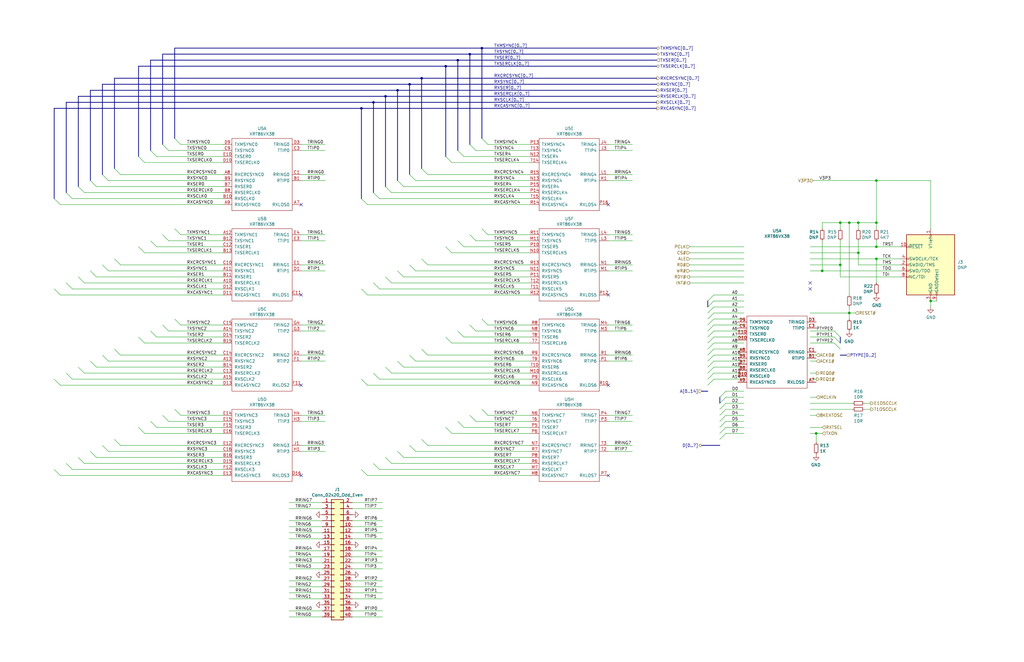
<source format=kicad_sch>
(kicad_sch (version 20210621) (generator eeschema)
  (paper "B")
  (title_block (title "Tedium X8") (date "2020-03-13") (rev "20200313") (company "ShareBrained Technology, Inc.") (comment 1 "Copyright (C) 2020 Jared Boone") (comment 2 "Licensed under CERN-OHL-P v2"))
  (junction (at 344.17 182.88) (diameter 0.9144))
  (junction (at 346.71 114.3) (diameter 0.9144))
  (junction (at 354.33 93.98) (diameter 0.9144))
  (junction (at 354.33 111.76) (diameter 0.9144))
  (junction (at 358.14 93.98) (diameter 0.9144))
  (junction (at 358.14 132.08) (diameter 0.9144))
  (junction (at 361.95 93.98) (diameter 0.9144))
  (junction (at 361.95 106.68) (diameter 0.9144))
  (junction (at 369.57 76.2) (diameter 0.9144))
  (junction (at 369.57 93.98) (diameter 0.9144))
  (junction (at 369.57 104.14) (diameter 0.9144))
  (junction (at 369.57 109.22) (diameter 0.9144))
  (junction (at 392.43 127) (diameter 0.9144))
  (junction (at 152.4 45.72) (diameter 0.9144))
  (junction (at 157.48 43.18) (diameter 0.9144))
  (junction (at 162.56 40.64) (diameter 0.9144))
  (junction (at 167.64 38.1) (diameter 0.9144))
  (junction (at 172.72 35.56) (diameter 0.9144))
  (junction (at 177.8 33.02) (diameter 0.9144))
  (junction (at 187.96 27.94) (diameter 0.9144))
  (junction (at 193.04 25.4) (diameter 0.9144))
  (junction (at 198.12 22.86) (diameter 0.9144))
  (junction (at 203.2 20.32) (diameter 0.9144))
  (no_connect (at 127 86.36))
  (no_connect (at 127 124.46))
  (no_connect (at 127 162.56))
  (no_connect (at 127 200.66))
  (no_connect (at 256.54 86.36))
  (no_connect (at 256.54 124.46))
  (no_connect (at 256.54 162.56))
  (no_connect (at 256.54 200.66))
  (no_connect (at 341.63 119.38))
  (no_connect (at 341.63 121.92))
  (bus_entry (at 22.86 83.82) (size 2.54 2.54))
  (bus_entry (at 22.86 121.92) (size 2.54 2.54))
  (bus_entry (at 22.86 160.02) (size 2.54 2.54))
  (bus_entry (at 22.86 198.12) (size 2.54 2.54))
  (bus_entry (at 27.94 81.28) (size 2.54 2.54))
  (bus_entry (at 27.94 119.38) (size 2.54 2.54))
  (bus_entry (at 27.94 157.48) (size 2.54 2.54))
  (bus_entry (at 27.94 195.58) (size 2.54 2.54))
  (bus_entry (at 33.02 78.74) (size 2.54 2.54))
  (bus_entry (at 33.02 116.84) (size 2.54 2.54))
  (bus_entry (at 33.02 154.94) (size 2.54 2.54))
  (bus_entry (at 33.02 193.04) (size 2.54 2.54))
  (bus_entry (at 38.1 76.2) (size 2.54 2.54))
  (bus_entry (at 38.1 114.3) (size 2.54 2.54))
  (bus_entry (at 38.1 152.4) (size 2.54 2.54))
  (bus_entry (at 38.1 190.5) (size 2.54 2.54))
  (bus_entry (at 43.18 73.66) (size 2.54 2.54))
  (bus_entry (at 43.18 111.76) (size 2.54 2.54))
  (bus_entry (at 43.18 149.86) (size 2.54 2.54))
  (bus_entry (at 43.18 187.96) (size 2.54 2.54))
  (bus_entry (at 48.26 71.12) (size 2.54 2.54))
  (bus_entry (at 48.26 109.22) (size 2.54 2.54))
  (bus_entry (at 48.26 147.32) (size 2.54 2.54))
  (bus_entry (at 48.26 185.42) (size 2.54 2.54))
  (bus_entry (at 58.42 66.04) (size 2.54 2.54))
  (bus_entry (at 58.42 104.14) (size 2.54 2.54))
  (bus_entry (at 58.42 142.24) (size 2.54 2.54))
  (bus_entry (at 58.42 180.34) (size 2.54 2.54))
  (bus_entry (at 63.5 63.5) (size 2.54 2.54))
  (bus_entry (at 63.5 101.6) (size 2.54 2.54))
  (bus_entry (at 63.5 139.7) (size 2.54 2.54))
  (bus_entry (at 63.5 177.8) (size 2.54 2.54))
  (bus_entry (at 68.58 60.96) (size 2.54 2.54))
  (bus_entry (at 68.58 99.06) (size 2.54 2.54))
  (bus_entry (at 68.58 137.16) (size 2.54 2.54))
  (bus_entry (at 68.58 175.26) (size 2.54 2.54))
  (bus_entry (at 73.66 58.42) (size 2.54 2.54))
  (bus_entry (at 73.66 96.52) (size 2.54 2.54))
  (bus_entry (at 73.66 134.62) (size 2.54 2.54))
  (bus_entry (at 73.66 172.72) (size 2.54 2.54))
  (bus_entry (at 152.4 83.82) (size 2.54 2.54))
  (bus_entry (at 152.4 121.92) (size 2.54 2.54))
  (bus_entry (at 152.4 160.02) (size 2.54 2.54))
  (bus_entry (at 152.4 198.12) (size 2.54 2.54))
  (bus_entry (at 157.48 81.28) (size 2.54 2.54))
  (bus_entry (at 157.48 119.38) (size 2.54 2.54))
  (bus_entry (at 157.48 157.48) (size 2.54 2.54))
  (bus_entry (at 157.48 195.58) (size 2.54 2.54))
  (bus_entry (at 162.56 78.74) (size 2.54 2.54))
  (bus_entry (at 162.56 116.84) (size 2.54 2.54))
  (bus_entry (at 162.56 154.94) (size 2.54 2.54))
  (bus_entry (at 162.56 193.04) (size 2.54 2.54))
  (bus_entry (at 167.64 76.2) (size 2.54 2.54))
  (bus_entry (at 167.64 114.3) (size 2.54 2.54))
  (bus_entry (at 167.64 152.4) (size 2.54 2.54))
  (bus_entry (at 167.64 190.5) (size 2.54 2.54))
  (bus_entry (at 172.72 73.66) (size 2.54 2.54))
  (bus_entry (at 172.72 111.76) (size 2.54 2.54))
  (bus_entry (at 172.72 149.86) (size 2.54 2.54))
  (bus_entry (at 172.72 187.96) (size 2.54 2.54))
  (bus_entry (at 177.8 71.12) (size 2.54 2.54))
  (bus_entry (at 177.8 109.22) (size 2.54 2.54))
  (bus_entry (at 177.8 147.32) (size 2.54 2.54))
  (bus_entry (at 177.8 185.42) (size 2.54 2.54))
  (bus_entry (at 187.96 66.04) (size 2.54 2.54))
  (bus_entry (at 187.96 104.14) (size 2.54 2.54))
  (bus_entry (at 187.96 142.24) (size 2.54 2.54))
  (bus_entry (at 187.96 180.34) (size 2.54 2.54))
  (bus_entry (at 193.04 63.5) (size 2.54 2.54))
  (bus_entry (at 193.04 101.6) (size 2.54 2.54))
  (bus_entry (at 193.04 139.7) (size 2.54 2.54))
  (bus_entry (at 193.04 177.8) (size 2.54 2.54))
  (bus_entry (at 198.12 60.96) (size 2.54 2.54))
  (bus_entry (at 198.12 99.06) (size 2.54 2.54))
  (bus_entry (at 198.12 137.16) (size 2.54 2.54))
  (bus_entry (at 198.12 175.26) (size 2.54 2.54))
  (bus_entry (at 203.2 58.42) (size 2.54 2.54))
  (bus_entry (at 203.2 96.52) (size 2.54 2.54))
  (bus_entry (at 203.2 134.62) (size 2.54 2.54))
  (bus_entry (at 203.2 172.72) (size 2.54 2.54))
  (bus_entry (at 298.45 127) (size 2.54 -2.54))
  (bus_entry (at 298.45 129.54) (size 2.54 -2.54))
  (bus_entry (at 298.45 132.08) (size 2.54 -2.54))
  (bus_entry (at 298.45 134.62) (size 2.54 -2.54))
  (bus_entry (at 298.45 137.16) (size 2.54 -2.54))
  (bus_entry (at 298.45 139.7) (size 2.54 -2.54))
  (bus_entry (at 298.45 142.24) (size 2.54 -2.54))
  (bus_entry (at 298.45 144.78) (size 2.54 -2.54))
  (bus_entry (at 298.45 147.32) (size 2.54 -2.54))
  (bus_entry (at 298.45 149.86) (size 2.54 -2.54))
  (bus_entry (at 298.45 152.4) (size 2.54 -2.54))
  (bus_entry (at 298.45 154.94) (size 2.54 -2.54))
  (bus_entry (at 298.45 157.48) (size 2.54 -2.54))
  (bus_entry (at 298.45 160.02) (size 2.54 -2.54))
  (bus_entry (at 298.45 162.56) (size 2.54 -2.54))
  (bus_entry (at 303.53 167.64) (size 2.54 -2.54))
  (bus_entry (at 303.53 170.18) (size 2.54 -2.54))
  (bus_entry (at 303.53 172.72) (size 2.54 -2.54))
  (bus_entry (at 303.53 175.26) (size 2.54 -2.54))
  (bus_entry (at 303.53 177.8) (size 2.54 -2.54))
  (bus_entry (at 303.53 180.34) (size 2.54 -2.54))
  (bus_entry (at 303.53 182.88) (size 2.54 -2.54))
  (bus_entry (at 303.53 185.42) (size 2.54 -2.54))
  (bus_entry (at 354.33 142.24) (size -2.54 -2.54))
  (bus_entry (at 354.33 144.78) (size -2.54 -2.54))
  (bus_entry (at 354.33 147.32) (size -2.54 -2.54))
  (wire (pts (xy 25.4 86.36) (xy 93.98 86.36)))
  (wire (pts (xy 25.4 124.46) (xy 93.98 124.46)))
  (wire (pts (xy 25.4 162.56) (xy 93.98 162.56)))
  (wire (pts (xy 25.4 200.66) (xy 93.98 200.66)))
  (wire (pts (xy 30.48 83.82) (xy 93.98 83.82)))
  (wire (pts (xy 30.48 121.92) (xy 93.98 121.92)))
  (wire (pts (xy 30.48 160.02) (xy 93.98 160.02)))
  (wire (pts (xy 30.48 198.12) (xy 93.98 198.12)))
  (wire (pts (xy 35.56 81.28) (xy 93.98 81.28)))
  (wire (pts (xy 35.56 119.38) (xy 93.98 119.38)))
  (wire (pts (xy 35.56 157.48) (xy 93.98 157.48)))
  (wire (pts (xy 35.56 195.58) (xy 93.98 195.58)))
  (wire (pts (xy 40.64 78.74) (xy 93.98 78.74)))
  (wire (pts (xy 40.64 116.84) (xy 93.98 116.84)))
  (wire (pts (xy 40.64 154.94) (xy 93.98 154.94)))
  (wire (pts (xy 40.64 193.04) (xy 93.98 193.04)))
  (wire (pts (xy 45.72 76.2) (xy 93.98 76.2)))
  (wire (pts (xy 45.72 114.3) (xy 93.98 114.3)))
  (wire (pts (xy 45.72 152.4) (xy 93.98 152.4)))
  (wire (pts (xy 45.72 190.5) (xy 93.98 190.5)))
  (wire (pts (xy 50.8 73.66) (xy 93.98 73.66)))
  (wire (pts (xy 50.8 111.76) (xy 93.98 111.76)))
  (wire (pts (xy 50.8 149.86) (xy 93.98 149.86)))
  (wire (pts (xy 50.8 187.96) (xy 93.98 187.96)))
  (wire (pts (xy 60.96 68.58) (xy 93.98 68.58)))
  (wire (pts (xy 60.96 106.68) (xy 93.98 106.68)))
  (wire (pts (xy 60.96 144.78) (xy 93.98 144.78)))
  (wire (pts (xy 60.96 182.88) (xy 93.98 182.88)))
  (wire (pts (xy 66.04 66.04) (xy 93.98 66.04)))
  (wire (pts (xy 66.04 104.14) (xy 93.98 104.14)))
  (wire (pts (xy 66.04 142.24) (xy 93.98 142.24)))
  (wire (pts (xy 66.04 180.34) (xy 93.98 180.34)))
  (wire (pts (xy 71.12 63.5) (xy 93.98 63.5)))
  (wire (pts (xy 71.12 101.6) (xy 93.98 101.6)))
  (wire (pts (xy 71.12 139.7) (xy 93.98 139.7)))
  (wire (pts (xy 71.12 177.8) (xy 93.98 177.8)))
  (wire (pts (xy 76.2 60.96) (xy 93.98 60.96)))
  (wire (pts (xy 76.2 99.06) (xy 93.98 99.06)))
  (wire (pts (xy 76.2 137.16) (xy 93.98 137.16)))
  (wire (pts (xy 76.2 175.26) (xy 93.98 175.26)))
  (wire (pts (xy 121.92 212.09) (xy 135.89 212.09)))
  (wire (pts (xy 121.92 214.63) (xy 135.89 214.63)))
  (wire (pts (xy 121.92 219.71) (xy 135.89 219.71)))
  (wire (pts (xy 121.92 222.25) (xy 135.89 222.25)))
  (wire (pts (xy 121.92 224.79) (xy 135.89 224.79)))
  (wire (pts (xy 121.92 227.33) (xy 135.89 227.33)))
  (wire (pts (xy 121.92 232.41) (xy 135.89 232.41)))
  (wire (pts (xy 121.92 234.95) (xy 135.89 234.95)))
  (wire (pts (xy 121.92 237.49) (xy 135.89 237.49)))
  (wire (pts (xy 121.92 240.03) (xy 135.89 240.03)))
  (wire (pts (xy 121.92 245.11) (xy 135.89 245.11)))
  (wire (pts (xy 121.92 247.65) (xy 135.89 247.65)))
  (wire (pts (xy 121.92 250.19) (xy 135.89 250.19)))
  (wire (pts (xy 121.92 252.73) (xy 135.89 252.73)))
  (wire (pts (xy 121.92 257.81) (xy 135.89 257.81)))
  (wire (pts (xy 121.92 260.35) (xy 135.89 260.35)))
  (wire (pts (xy 127 177.8) (xy 137.16 177.8)))
  (wire (pts (xy 137.16 60.96) (xy 127 60.96)))
  (wire (pts (xy 137.16 63.5) (xy 127 63.5)))
  (wire (pts (xy 137.16 73.66) (xy 127 73.66)))
  (wire (pts (xy 137.16 76.2) (xy 127 76.2)))
  (wire (pts (xy 137.16 99.06) (xy 127 99.06)))
  (wire (pts (xy 137.16 101.6) (xy 127 101.6)))
  (wire (pts (xy 137.16 111.76) (xy 127 111.76)))
  (wire (pts (xy 137.16 114.3) (xy 127 114.3)))
  (wire (pts (xy 137.16 137.16) (xy 127 137.16)))
  (wire (pts (xy 137.16 139.7) (xy 127 139.7)))
  (wire (pts (xy 137.16 149.86) (xy 127 149.86)))
  (wire (pts (xy 137.16 152.4) (xy 127 152.4)))
  (wire (pts (xy 137.16 175.26) (xy 127 175.26)))
  (wire (pts (xy 137.16 187.96) (xy 127 187.96)))
  (wire (pts (xy 137.16 190.5) (xy 127 190.5)))
  (wire (pts (xy 148.59 219.71) (xy 161.29 219.71)))
  (wire (pts (xy 148.59 245.11) (xy 161.29 245.11)))
  (wire (pts (xy 154.94 86.36) (xy 223.52 86.36)))
  (wire (pts (xy 154.94 124.46) (xy 223.52 124.46)))
  (wire (pts (xy 154.94 162.56) (xy 223.52 162.56)))
  (wire (pts (xy 154.94 200.66) (xy 223.52 200.66)))
  (wire (pts (xy 160.02 83.82) (xy 223.52 83.82)))
  (wire (pts (xy 160.02 121.92) (xy 223.52 121.92)))
  (wire (pts (xy 160.02 160.02) (xy 223.52 160.02)))
  (wire (pts (xy 160.02 198.12) (xy 223.52 198.12)))
  (wire (pts (xy 161.29 212.09) (xy 148.59 212.09)))
  (wire (pts (xy 161.29 214.63) (xy 148.59 214.63)))
  (wire (pts (xy 161.29 222.25) (xy 148.59 222.25)))
  (wire (pts (xy 161.29 224.79) (xy 148.59 224.79)))
  (wire (pts (xy 161.29 227.33) (xy 148.59 227.33)))
  (wire (pts (xy 161.29 232.41) (xy 148.59 232.41)))
  (wire (pts (xy 161.29 234.95) (xy 148.59 234.95)))
  (wire (pts (xy 161.29 237.49) (xy 148.59 237.49)))
  (wire (pts (xy 161.29 240.03) (xy 148.59 240.03)))
  (wire (pts (xy 161.29 247.65) (xy 148.59 247.65)))
  (wire (pts (xy 161.29 250.19) (xy 148.59 250.19)))
  (wire (pts (xy 161.29 252.73) (xy 148.59 252.73)))
  (wire (pts (xy 161.29 257.81) (xy 148.59 257.81)))
  (wire (pts (xy 161.29 260.35) (xy 148.59 260.35)))
  (wire (pts (xy 165.1 81.28) (xy 223.52 81.28)))
  (wire (pts (xy 165.1 119.38) (xy 223.52 119.38)))
  (wire (pts (xy 165.1 157.48) (xy 223.52 157.48)))
  (wire (pts (xy 165.1 195.58) (xy 223.52 195.58)))
  (wire (pts (xy 170.18 78.74) (xy 223.52 78.74)))
  (wire (pts (xy 170.18 116.84) (xy 223.52 116.84)))
  (wire (pts (xy 170.18 154.94) (xy 223.52 154.94)))
  (wire (pts (xy 170.18 193.04) (xy 223.52 193.04)))
  (wire (pts (xy 175.26 76.2) (xy 223.52 76.2)))
  (wire (pts (xy 175.26 114.3) (xy 223.52 114.3)))
  (wire (pts (xy 175.26 152.4) (xy 223.52 152.4)))
  (wire (pts (xy 175.26 190.5) (xy 223.52 190.5)))
  (wire (pts (xy 180.34 73.66) (xy 223.52 73.66)))
  (wire (pts (xy 180.34 111.76) (xy 223.52 111.76)))
  (wire (pts (xy 180.34 149.86) (xy 223.52 149.86)))
  (wire (pts (xy 180.34 187.96) (xy 223.52 187.96)))
  (wire (pts (xy 190.5 68.58) (xy 223.52 68.58)))
  (wire (pts (xy 190.5 106.68) (xy 223.52 106.68)))
  (wire (pts (xy 190.5 144.78) (xy 223.52 144.78)))
  (wire (pts (xy 190.5 182.88) (xy 223.52 182.88)))
  (wire (pts (xy 195.58 66.04) (xy 223.52 66.04)))
  (wire (pts (xy 195.58 104.14) (xy 223.52 104.14)))
  (wire (pts (xy 195.58 142.24) (xy 223.52 142.24)))
  (wire (pts (xy 195.58 180.34) (xy 223.52 180.34)))
  (wire (pts (xy 200.66 63.5) (xy 223.52 63.5)))
  (wire (pts (xy 200.66 101.6) (xy 223.52 101.6)))
  (wire (pts (xy 200.66 139.7) (xy 223.52 139.7)))
  (wire (pts (xy 200.66 177.8) (xy 223.52 177.8)))
  (wire (pts (xy 205.74 60.96) (xy 223.52 60.96)))
  (wire (pts (xy 205.74 99.06) (xy 223.52 99.06)))
  (wire (pts (xy 205.74 137.16) (xy 223.52 137.16)))
  (wire (pts (xy 205.74 175.26) (xy 223.52 175.26)))
  (wire (pts (xy 266.7 60.96) (xy 256.54 60.96)))
  (wire (pts (xy 266.7 63.5) (xy 256.54 63.5)))
  (wire (pts (xy 266.7 73.66) (xy 256.54 73.66)))
  (wire (pts (xy 266.7 76.2) (xy 256.54 76.2)))
  (wire (pts (xy 266.7 99.06) (xy 256.54 99.06)))
  (wire (pts (xy 266.7 101.6) (xy 256.54 101.6)))
  (wire (pts (xy 266.7 111.76) (xy 256.54 111.76)))
  (wire (pts (xy 266.7 114.3) (xy 256.54 114.3)))
  (wire (pts (xy 266.7 137.16) (xy 256.54 137.16)))
  (wire (pts (xy 266.7 139.7) (xy 256.54 139.7)))
  (wire (pts (xy 266.7 149.86) (xy 256.54 149.86)))
  (wire (pts (xy 266.7 152.4) (xy 256.54 152.4)))
  (wire (pts (xy 266.7 175.26) (xy 256.54 175.26)))
  (wire (pts (xy 266.7 177.8) (xy 256.54 177.8)))
  (wire (pts (xy 266.7 187.96) (xy 256.54 187.96)))
  (wire (pts (xy 266.7 190.5) (xy 256.54 190.5)))
  (wire (pts (xy 290.83 104.14) (xy 313.69 104.14)))
  (wire (pts (xy 290.83 106.68) (xy 313.69 106.68)))
  (wire (pts (xy 290.83 109.22) (xy 313.69 109.22)))
  (wire (pts (xy 290.83 111.76) (xy 313.69 111.76)))
  (wire (pts (xy 290.83 114.3) (xy 313.69 114.3)))
  (wire (pts (xy 290.83 116.84) (xy 313.69 116.84)))
  (wire (pts (xy 290.83 119.38) (xy 313.69 119.38)))
  (wire (pts (xy 300.99 124.46) (xy 313.69 124.46)))
  (wire (pts (xy 300.99 127) (xy 313.69 127)))
  (wire (pts (xy 300.99 129.54) (xy 313.69 129.54)))
  (wire (pts (xy 300.99 132.08) (xy 313.69 132.08)))
  (wire (pts (xy 300.99 134.62) (xy 313.69 134.62)))
  (wire (pts (xy 300.99 137.16) (xy 313.69 137.16)))
  (wire (pts (xy 300.99 139.7) (xy 313.69 139.7)))
  (wire (pts (xy 300.99 142.24) (xy 313.69 142.24)))
  (wire (pts (xy 300.99 144.78) (xy 313.69 144.78)))
  (wire (pts (xy 300.99 147.32) (xy 313.69 147.32)))
  (wire (pts (xy 300.99 149.86) (xy 313.69 149.86)))
  (wire (pts (xy 300.99 152.4) (xy 313.69 152.4)))
  (wire (pts (xy 300.99 154.94) (xy 313.69 154.94)))
  (wire (pts (xy 300.99 157.48) (xy 313.69 157.48)))
  (wire (pts (xy 300.99 160.02) (xy 313.69 160.02)))
  (wire (pts (xy 306.07 165.1) (xy 313.69 165.1)))
  (wire (pts (xy 306.07 167.64) (xy 313.69 167.64)))
  (wire (pts (xy 306.07 170.18) (xy 313.69 170.18)))
  (wire (pts (xy 306.07 172.72) (xy 313.69 172.72)))
  (wire (pts (xy 306.07 175.26) (xy 313.69 175.26)))
  (wire (pts (xy 306.07 177.8) (xy 313.69 177.8)))
  (wire (pts (xy 306.07 180.34) (xy 313.69 180.34)))
  (wire (pts (xy 306.07 182.88) (xy 313.69 182.88)))
  (wire (pts (xy 341.63 104.14) (xy 369.57 104.14)))
  (wire (pts (xy 341.63 106.68) (xy 361.95 106.68)))
  (wire (pts (xy 341.63 109.22) (xy 369.57 109.22)))
  (wire (pts (xy 341.63 111.76) (xy 354.33 111.76)))
  (wire (pts (xy 341.63 114.3) (xy 346.71 114.3)))
  (wire (pts (xy 341.63 142.24) (xy 351.79 142.24)))
  (wire (pts (xy 341.63 149.86) (xy 344.17 149.86)))
  (wire (pts (xy 341.63 152.4) (xy 344.17 152.4)))
  (wire (pts (xy 341.63 157.48) (xy 344.17 157.48)))
  (wire (pts (xy 341.63 160.02) (xy 344.17 160.02)))
  (wire (pts (xy 341.63 182.88) (xy 344.17 182.88)))
  (wire (pts (xy 342.9 76.2) (xy 369.57 76.2)))
  (wire (pts (xy 344.17 167.64) (xy 341.63 167.64)))
  (wire (pts (xy 344.17 175.26) (xy 341.63 175.26)))
  (wire (pts (xy 344.17 182.88) (xy 344.17 186.69)))
  (wire (pts (xy 346.71 93.98) (xy 346.71 96.52)))
  (wire (pts (xy 346.71 101.6) (xy 346.71 114.3)))
  (wire (pts (xy 346.71 114.3) (xy 379.73 114.3)))
  (wire (pts (xy 346.71 180.34) (xy 341.63 180.34)))
  (wire (pts (xy 346.71 182.88) (xy 344.17 182.88)))
  (wire (pts (xy 351.79 139.7) (xy 341.63 139.7)))
  (wire (pts (xy 351.79 144.78) (xy 341.63 144.78)))
  (wire (pts (xy 354.33 93.98) (xy 346.71 93.98)))
  (wire (pts (xy 354.33 93.98) (xy 354.33 96.52)))
  (wire (pts (xy 354.33 101.6) (xy 354.33 111.76)))
  (wire (pts (xy 354.33 111.76) (xy 354.33 116.84)))
  (wire (pts (xy 354.33 116.84) (xy 379.73 116.84)))
  (wire (pts (xy 358.14 93.98) (xy 354.33 93.98)))
  (wire (pts (xy 358.14 124.46) (xy 358.14 93.98)))
  (wire (pts (xy 358.14 129.54) (xy 358.14 132.08)))
  (wire (pts (xy 358.14 132.08) (xy 341.63 132.08)))
  (wire (pts (xy 358.14 132.08) (xy 358.14 134.62)))
  (wire (pts (xy 359.41 170.18) (xy 341.63 170.18)))
  (wire (pts (xy 359.41 172.72) (xy 341.63 172.72)))
  (wire (pts (xy 360.68 132.08) (xy 358.14 132.08)))
  (wire (pts (xy 361.95 93.98) (xy 358.14 93.98)))
  (wire (pts (xy 361.95 93.98) (xy 361.95 96.52)))
  (wire (pts (xy 361.95 93.98) (xy 369.57 93.98)))
  (wire (pts (xy 361.95 101.6) (xy 361.95 106.68)))
  (wire (pts (xy 361.95 106.68) (xy 361.95 111.76)))
  (wire (pts (xy 361.95 111.76) (xy 379.73 111.76)))
  (wire (pts (xy 367.03 170.18) (xy 364.49 170.18)))
  (wire (pts (xy 367.03 172.72) (xy 364.49 172.72)))
  (wire (pts (xy 369.57 76.2) (xy 392.43 76.2)))
  (wire (pts (xy 369.57 93.98) (xy 369.57 76.2)))
  (wire (pts (xy 369.57 93.98) (xy 369.57 96.52)))
  (wire (pts (xy 369.57 101.6) (xy 369.57 104.14)))
  (wire (pts (xy 369.57 104.14) (xy 379.73 104.14)))
  (wire (pts (xy 369.57 109.22) (xy 369.57 119.38)))
  (wire (pts (xy 369.57 109.22) (xy 379.73 109.22)))
  (wire (pts (xy 392.43 96.52) (xy 392.43 76.2)))
  (wire (pts (xy 392.43 129.54) (xy 392.43 127)))
  (wire (pts (xy 394.97 127) (xy 392.43 127)))
  (bus (pts (xy 22.86 45.72) (xy 22.86 198.12)))
  (bus (pts (xy 22.86 45.72) (xy 152.4 45.72)))
  (bus (pts (xy 27.94 43.18) (xy 27.94 195.58)))
  (bus (pts (xy 27.94 43.18) (xy 157.48 43.18)))
  (bus (pts (xy 33.02 40.64) (xy 33.02 193.04)))
  (bus (pts (xy 38.1 38.1) (xy 38.1 190.5)))
  (bus (pts (xy 38.1 38.1) (xy 167.64 38.1)))
  (bus (pts (xy 43.18 35.56) (xy 43.18 187.96)))
  (bus (pts (xy 48.26 33.02) (xy 48.26 185.42)))
  (bus (pts (xy 48.26 33.02) (xy 177.8 33.02)))
  (bus (pts (xy 58.42 27.94) (xy 58.42 180.34)))
  (bus (pts (xy 63.5 25.4) (xy 63.5 177.8)))
  (bus (pts (xy 63.5 25.4) (xy 193.04 25.4)))
  (bus (pts (xy 68.58 22.86) (xy 68.58 175.26)))
  (bus (pts (xy 73.66 20.32) (xy 73.66 172.72)))
  (bus (pts (xy 73.66 20.32) (xy 203.2 20.32)))
  (bus (pts (xy 152.4 45.72) (xy 152.4 198.12)))
  (bus (pts (xy 152.4 45.72) (xy 276.86 45.72)))
  (bus (pts (xy 157.48 43.18) (xy 157.48 195.58)))
  (bus (pts (xy 157.48 43.18) (xy 276.86 43.18)))
  (bus (pts (xy 162.56 40.64) (xy 33.02 40.64)))
  (bus (pts (xy 162.56 40.64) (xy 162.56 193.04)))
  (bus (pts (xy 162.56 40.64) (xy 276.86 40.64)))
  (bus (pts (xy 167.64 38.1) (xy 167.64 190.5)))
  (bus (pts (xy 167.64 38.1) (xy 276.86 38.1)))
  (bus (pts (xy 172.72 35.56) (xy 43.18 35.56)))
  (bus (pts (xy 172.72 35.56) (xy 172.72 187.96)))
  (bus (pts (xy 172.72 35.56) (xy 276.86 35.56)))
  (bus (pts (xy 177.8 33.02) (xy 177.8 185.42)))
  (bus (pts (xy 177.8 33.02) (xy 276.86 33.02)))
  (bus (pts (xy 187.96 27.94) (xy 58.42 27.94)))
  (bus (pts (xy 187.96 27.94) (xy 187.96 180.34)))
  (bus (pts (xy 187.96 27.94) (xy 276.86 27.94)))
  (bus (pts (xy 193.04 25.4) (xy 193.04 177.8)))
  (bus (pts (xy 193.04 25.4) (xy 276.86 25.4)))
  (bus (pts (xy 198.12 22.86) (xy 68.58 22.86)))
  (bus (pts (xy 198.12 22.86) (xy 198.12 175.26)))
  (bus (pts (xy 198.12 22.86) (xy 276.86 22.86)))
  (bus (pts (xy 203.2 20.32) (xy 203.2 172.72)))
  (bus (pts (xy 203.2 20.32) (xy 276.86 20.32)))
  (bus (pts (xy 298.45 127) (xy 298.45 165.1)))
  (bus (pts (xy 298.45 165.1) (xy 295.91 165.1)))
  (bus (pts (xy 303.53 167.64) (xy 303.53 187.96)))
  (bus (pts (xy 303.53 187.96) (xy 295.91 187.96)))
  (bus (pts (xy 354.33 142.24) (xy 354.33 149.86)))
  (bus (pts (xy 354.33 149.86) (xy 356.87 149.86)))
  (label "TXMSYNC0" (at 78.74 60.96 0))
  (label "TXSYNC0" (at 78.74 63.5 0))
  (label "TXSER0" (at 78.74 66.04 0))
  (label "TXSERCLK0" (at 78.74 68.58 0))
  (label "RXCRCSYNC0" (at 78.74 73.66 0))
  (label "RXSYNC0" (at 78.74 76.2 0))
  (label "RXSER0" (at 78.74 78.74 0))
  (label "RXSERCLK0" (at 78.74 81.28 0))
  (label "RXSCLK0" (at 78.74 83.82 0))
  (label "RXCASYNC0" (at 78.74 86.36 0))
  (label "TXMSYNC1" (at 78.74 99.06 0))
  (label "TXSYNC1" (at 78.74 101.6 0))
  (label "TXSER1" (at 78.74 104.14 0))
  (label "TXSERCLK1" (at 78.74 106.68 0))
  (label "RXCRCSYNC1" (at 78.74 111.76 0))
  (label "RXSYNC1" (at 78.74 114.3 0))
  (label "RXSER1" (at 78.74 116.84 0))
  (label "RXSERCLK1" (at 78.74 119.38 0))
  (label "RXSCLK1" (at 78.74 121.92 0))
  (label "RXCASYNC1" (at 78.74 124.46 0))
  (label "TXMSYNC2" (at 78.74 137.16 0))
  (label "TXSYNC2" (at 78.74 139.7 0))
  (label "TXSER2" (at 78.74 142.24 0))
  (label "TXSERCLK2" (at 78.74 144.78 0))
  (label "RXCRCSYNC2" (at 78.74 149.86 0))
  (label "RXSYNC2" (at 78.74 152.4 0))
  (label "RXSER2" (at 78.74 154.94 0))
  (label "RXSERCLK2" (at 78.74 157.48 0))
  (label "RXSCLK2" (at 78.74 160.02 0))
  (label "RXCASYNC2" (at 78.74 162.56 0))
  (label "TXMSYNC3" (at 78.74 175.26 0))
  (label "TXSYNC3" (at 78.74 177.8 0))
  (label "TXSER3" (at 78.74 180.34 0))
  (label "TXSERCLK3" (at 78.74 182.88 0))
  (label "RXCRCSYNC3" (at 78.74 187.96 0))
  (label "RXSYNC3" (at 78.74 190.5 0))
  (label "RXSER3" (at 78.74 193.04 0))
  (label "RXSERCLK3" (at 78.74 195.58 0))
  (label "RXSCLK3" (at 78.74 198.12 0))
  (label "RXCASYNC3" (at 78.74 200.66 0))
  (label "RRING7" (at 124.46 212.09 0))
  (label "TRING7" (at 124.46 214.63 0))
  (label "RRING6" (at 124.46 219.71 0))
  (label "TRING6" (at 124.46 222.25 0))
  (label "RRING5" (at 124.46 224.79 0))
  (label "TRING5" (at 124.46 227.33 0))
  (label "RRING4" (at 124.46 232.41 0))
  (label "TRING4" (at 124.46 234.95 0))
  (label "RRING3" (at 124.46 237.49 0))
  (label "TRING3" (at 124.46 240.03 0))
  (label "RRING2" (at 124.46 245.11 0))
  (label "TRING2" (at 124.46 247.65 0))
  (label "RRING1" (at 124.46 250.19 0))
  (label "TRING1" (at 124.46 252.73 0))
  (label "RRING0" (at 124.46 257.81 0))
  (label "TRING0" (at 124.46 260.35 0))
  (label "TRING0" (at 129.54 60.96 0))
  (label "TTIP0" (at 129.54 63.5 0))
  (label "RRING0" (at 129.54 73.66 0))
  (label "RTIP0" (at 129.54 76.2 0))
  (label "TRING1" (at 129.54 99.06 0))
  (label "TTIP1" (at 129.54 101.6 0))
  (label "RRING1" (at 129.54 111.76 0))
  (label "RTIP1" (at 129.54 114.3 0))
  (label "TRING2" (at 129.54 137.16 0))
  (label "TTIP2" (at 129.54 139.7 0))
  (label "RRING2" (at 129.54 149.86 0))
  (label "RTIP2" (at 129.54 152.4 0))
  (label "TRING3" (at 129.54 175.26 0))
  (label "TTIP3" (at 129.54 177.8 0))
  (label "RRING3" (at 129.54 187.96 0))
  (label "RTIP3" (at 129.54 190.5 0))
  (label "RTIP7" (at 153.67 212.09 0))
  (label "TTIP7" (at 153.67 214.63 0))
  (label "RTIP6" (at 153.67 219.71 0))
  (label "TTIP6" (at 153.67 222.25 0))
  (label "RTIP5" (at 153.67 224.79 0))
  (label "TTIP5" (at 153.67 227.33 0))
  (label "RTIP4" (at 153.67 232.41 0))
  (label "TTIP4" (at 153.67 234.95 0))
  (label "RTIP3" (at 153.67 237.49 0))
  (label "TTIP3" (at 153.67 240.03 0))
  (label "RTIP2" (at 153.67 245.11 0))
  (label "TTIP2" (at 153.67 247.65 0))
  (label "RTIP1" (at 153.67 250.19 0))
  (label "TTIP1" (at 153.67 252.73 0))
  (label "RTIP0" (at 153.67 257.81 0))
  (label "TTIP0" (at 153.67 260.35 0))
  (label "TXMSYNC[0..7]" (at 208.28 20.32 0))
  (label "TXSYNC[0..7]" (at 208.28 22.86 0))
  (label "TXSER[0..7]" (at 208.28 25.4 0))
  (label "TXSERCLK[0..7]" (at 208.28 27.94 0))
  (label "RXCRCSYNC[0..7]" (at 208.28 33.02 0))
  (label "RXSYNC[0..7]" (at 208.28 35.56 0))
  (label "RXSER[0..7]" (at 208.28 38.1 0))
  (label "RXSERCLK[0..7]" (at 208.28 40.64 0))
  (label "RXSCLK[0..7]" (at 208.28 43.18 0))
  (label "RXCASYNC[0..7]" (at 208.28 45.72 0))
  (label "TXMSYNC4" (at 208.28 60.96 0))
  (label "TXSYNC4" (at 208.28 63.5 0))
  (label "TXSER4" (at 208.28 66.04 0))
  (label "TXSERCLK4" (at 208.28 68.58 0))
  (label "RXCRCSYNC4" (at 208.28 73.66 0))
  (label "RXSYNC4" (at 208.28 76.2 0))
  (label "RXSER4" (at 208.28 78.74 0))
  (label "RXSERCLK4" (at 208.28 81.28 0))
  (label "RXSCLK4" (at 208.28 83.82 0))
  (label "RXCASYNC4" (at 208.28 86.36 0))
  (label "TXMSYNC5" (at 208.28 99.06 0))
  (label "TXSYNC5" (at 208.28 101.6 0))
  (label "TXSER5" (at 208.28 104.14 0))
  (label "TXSERCLK5" (at 208.28 106.68 0))
  (label "RXCRCSYNC5" (at 208.28 111.76 0))
  (label "RXSYNC5" (at 208.28 114.3 0))
  (label "RXSER5" (at 208.28 116.84 0))
  (label "RXSERCLK5" (at 208.28 119.38 0))
  (label "RXSCLK5" (at 208.28 121.92 0))
  (label "RXCASYNC5" (at 208.28 124.46 0))
  (label "TXMSYNC6" (at 208.28 137.16 0))
  (label "TXSYNC6" (at 208.28 139.7 0))
  (label "TXSER6" (at 208.28 142.24 0))
  (label "TXSERCLK6" (at 208.28 144.78 0))
  (label "RXCRCSYNC6" (at 208.28 149.86 0))
  (label "RXSYNC6" (at 208.28 152.4 0))
  (label "RXSER6" (at 208.28 154.94 0))
  (label "RXSERCLK6" (at 208.28 157.48 0))
  (label "RXSCLK6" (at 208.28 160.02 0))
  (label "RXCASYNC6" (at 208.28 162.56 0))
  (label "TXMSYNC7" (at 208.28 175.26 0))
  (label "TXSYNC7" (at 208.28 177.8 0))
  (label "TXSER7" (at 208.28 180.34 0))
  (label "TXSERCLK7" (at 208.28 182.88 0))
  (label "RXCRCSYNC7" (at 208.28 187.96 0))
  (label "RXSYNC7" (at 208.28 190.5 0))
  (label "RXSER7" (at 208.28 193.04 0))
  (label "RXSERCLK7" (at 208.28 195.58 0))
  (label "RXSCLK7" (at 208.28 198.12 0))
  (label "RXCASYNC7" (at 208.28 200.66 0))
  (label "TRING4" (at 259.08 60.96 0))
  (label "TTIP4" (at 259.08 63.5 0))
  (label "RRING4" (at 259.08 73.66 0))
  (label "RTIP4" (at 259.08 76.2 0))
  (label "TRING5" (at 259.08 99.06 0))
  (label "TTIP5" (at 259.08 101.6 0))
  (label "RRING5" (at 259.08 111.76 0))
  (label "RTIP5" (at 259.08 114.3 0))
  (label "TRING6" (at 259.08 137.16 0))
  (label "TTIP6" (at 259.08 139.7 0))
  (label "RRING6" (at 259.08 149.86 0))
  (label "RTIP6" (at 259.08 152.4 0))
  (label "TRING7" (at 259.08 175.26 0))
  (label "TTIP7" (at 259.08 177.8 0))
  (label "RRING7" (at 259.08 187.96 0))
  (label "RTIP7" (at 259.08 190.5 0))
  (label "A0" (at 308.61 124.46 0))
  (label "A1" (at 308.61 127 0))
  (label "A2" (at 308.61 129.54 0))
  (label "A3" (at 308.61 132.08 0))
  (label "A4" (at 308.61 134.62 0))
  (label "A5" (at 308.61 137.16 0))
  (label "A6" (at 308.61 139.7 0))
  (label "A7" (at 308.61 142.24 0))
  (label "A8" (at 308.61 144.78 0))
  (label "A9" (at 308.61 147.32 0))
  (label "A10" (at 308.61 149.86 0))
  (label "A11" (at 308.61 152.4 0))
  (label "A12" (at 308.61 154.94 0))
  (label "A13" (at 308.61 157.48 0))
  (label "A14" (at 308.61 160.02 0))
  (label "D0" (at 308.61 165.1 0))
  (label "D1" (at 308.61 167.64 0))
  (label "D2" (at 308.61 170.18 0))
  (label "D3" (at 308.61 172.72 0))
  (label "D4" (at 308.61 175.26 0))
  (label "D5" (at 308.61 177.8 0))
  (label "D6" (at 308.61 180.34 0))
  (label "D7" (at 308.61 182.88 0))
  (label "PTYPE0" (at 344.17 139.7 0))
  (label "PTYPE1" (at 344.17 142.24 0))
  (label "PTYPE2" (at 344.17 144.78 0))
  (label "V3P3" (at 345.44 76.2 0))
  (label "TRST" (at 372.11 104.14 0))
  (label "TCK" (at 372.11 109.22 0))
  (label "TMS" (at 372.11 111.76 0))
  (label "TDO" (at 372.11 114.3 0))
  (label "TDI" (at 372.11 116.84 0))
  (hierarchical_label "TXMSYNC[0..7]" (shape bidirectional) (at 276.86 20.32 0))
  (hierarchical_label "TXSYNC[0..7]" (shape bidirectional) (at 276.86 22.86 0))
  (hierarchical_label "TXSER[0..7]" (shape input) (at 276.86 25.4 0))
  (hierarchical_label "TXSERCLK[0..7]" (shape bidirectional) (at 276.86 27.94 0))
  (hierarchical_label "RXCRCSYNC[0..7]" (shape output) (at 276.86 33.02 0))
  (hierarchical_label "RXSYNC[0..7]" (shape bidirectional) (at 276.86 35.56 0))
  (hierarchical_label "RXSER[0..7]" (shape output) (at 276.86 38.1 0))
  (hierarchical_label "RXSERCLK[0..7]" (shape bidirectional) (at 276.86 40.64 0))
  (hierarchical_label "RXSCLK[0..7]" (shape output) (at 276.86 43.18 0))
  (hierarchical_label "RXCASYNC[0..7]" (shape output) (at 276.86 45.72 0))
  (hierarchical_label "PCLK" (shape input) (at 290.83 104.14 180))
  (hierarchical_label "CS#" (shape input) (at 290.83 106.68 180))
  (hierarchical_label "ALE" (shape input) (at 290.83 109.22 180))
  (hierarchical_label "RD#" (shape input) (at 290.83 111.76 180))
  (hierarchical_label "WR#" (shape input) (at 290.83 114.3 180))
  (hierarchical_label "RDY#" (shape output) (at 290.83 116.84 180))
  (hierarchical_label "INT#" (shape output) (at 290.83 119.38 180))
  (hierarchical_label "A[0..14]" (shape input) (at 295.91 165.1 180))
  (hierarchical_label "D[0..7]" (shape bidirectional) (at 295.91 187.96 180))
  (hierarchical_label "V3P3" (shape input) (at 342.9 76.2 180))
  (hierarchical_label "ACK0#" (shape input) (at 344.17 149.86 0))
  (hierarchical_label "ACK1#" (shape input) (at 344.17 152.4 0))
  (hierarchical_label "REQ0#" (shape output) (at 344.17 157.48 0))
  (hierarchical_label "REQ1#" (shape output) (at 344.17 160.02 0))
  (hierarchical_label "MCLKIN" (shape input) (at 344.17 167.64 0))
  (hierarchical_label "8KEXTOSC" (shape input) (at 344.17 175.26 0))
  (hierarchical_label "RXTSEL" (shape input) (at 346.71 180.34 0))
  (hierarchical_label "TXON" (shape input) (at 346.71 182.88 0))
  (hierarchical_label "PTYPE[0..2]" (shape input) (at 356.87 149.86 0))
  (hierarchical_label "RESET#" (shape input) (at 360.68 132.08 0))
  (hierarchical_label "E1OSCCLK" (shape output) (at 367.03 170.18 0))
  (hierarchical_label "T1OSCCLK" (shape output) (at 367.03 172.72 0))
  (symbol (lib_id "power:GND") (at 135.89 217.17 270)
    (property "Reference" "#PWR0121" (effects hide))
    (property "Value" "GND" (effects hide))
  )
  (symbol (lib_id "power:GND") (at 135.89 229.87 270)
    (property "Reference" "#PWR0151" (effects hide))
    (property "Value" "GND" (effects hide))
  )
  (symbol (lib_id "power:GND") (at 135.89 242.57 270)
    (property "Reference" "#PWR0152" (effects hide))
    (property "Value" "GND" (effects hide))
  )
  (symbol (lib_id "power:GND") (at 135.89 255.27 270)
    (property "Reference" "#PWR0227" (effects hide))
    (property "Value" "GND" (effects hide))
  )
  (symbol (lib_id "power:GND") (at 148.59 217.17 90)
    (property "Reference" "#PWR0129" (effects hide))
    (property "Value" "GND" (effects hide))
  )
  (symbol (lib_id "power:GND") (at 148.59 229.87 90)
    (property "Reference" "#PWR0153" (effects hide))
    (property "Value" "GND" (effects hide))
  )
  (symbol (lib_id "power:GND") (at 148.59 242.57 90)
    (property "Reference" "#PWR0154" (effects hide))
    (property "Value" "GND" (effects hide))
  )
  (symbol (lib_id "power:GND") (at 148.59 255.27 90)
    (property "Reference" "#PWR0228" (effects hide))
    (property "Value" "GND" (effects hide))
  )
  (symbol (lib_id "power:GND") (at 344.17 191.77 0) (mirror y)
    (property "Reference" "#PWR0150" (effects hide))
    (property "Value" "GND" (at 344.043 196.1642 0))
  )
  (symbol (lib_id "power:GND") (at 358.14 139.7 0) (mirror y)
    (property "Reference" "#PWR0145" (effects hide))
    (property "Value" "GND" (at 358.013 144.0942 0))
  )
  (symbol (lib_id "power:GND") (at 369.57 124.46 0)
    (property "Reference" "#PWR0149" (effects hide))
    (property "Value" "GND" (at 369.697 128.8542 0))
  )
  (symbol (lib_id "power:GND") (at 392.43 129.54 0)
    (property "Reference" "#PWR0143" (effects hide))
    (property "Value" "GND" (at 392.557 133.9342 0))
  )
  (symbol (lib_id "Device:R_Small") (at 344.17 189.23 0) (mirror x)
    (property "Reference" "R13" (at 345.6686 188.0616 0) (effects (justify left)))
    (property "Value" "1K" (at 345.6686 190.373 0) (effects (justify left)))
    (property "Footprint" "ipc_resc:IPC_RESC100X50X40L25N" (effects hide))
    (property "Mfr" "Yageo" (effects hide))
    (property "Part" "RC0402FR-071KL" (effects hide))
  )
  (symbol (lib_id "Device:R_Small") (at 346.71 99.06 0) (mirror x)
    (property "Reference" "R14" (at 345.2368 97.8916 0) (effects (justify right)))
    (property "Value" "DNP" (at 345.2368 100.203 0) (effects (justify right)))
    (property "Footprint" "ipc_resc:IPC_RESC100X50X40L25N" (effects hide))
  )
  (symbol (lib_id "Device:R_Small") (at 354.33 99.06 0) (mirror x)
    (property "Reference" "R15" (at 352.8568 97.8916 0) (effects (justify right)))
    (property "Value" "DNP" (at 352.8568 100.203 0) (effects (justify right)))
    (property "Footprint" "ipc_resc:IPC_RESC100X50X40L25N" (effects hide))
  )
  (symbol (lib_id "Device:R_Small") (at 358.14 127 180)
    (property "Reference" "R18" (at 359.6132 125.8316 0) (effects (justify right)))
    (property "Value" "DNP" (at 359.6132 128.143 0) (effects (justify right)))
    (property "Footprint" "ipc_resc:IPC_RESC100X50X40L25N" (effects hide))
  )
  (symbol (lib_id "Device:R_Small") (at 358.14 137.16 0) (mirror x)
    (property "Reference" "R19" (at 359.6386 135.9916 0) (effects (justify left)))
    (property "Value" "1K" (at 359.6386 138.303 0) (effects (justify left)))
    (property "Footprint" "ipc_resc:IPC_RESC100X50X40L25N" (effects hide))
    (property "Mfr" "Yageo" (effects hide))
    (property "Part" "RC0402FR-071KL" (effects hide))
  )
  (symbol (lib_id "Device:R_Small") (at 361.95 99.06 180)
    (property "Reference" "R20" (at 363.4232 97.8916 0) (effects (justify right)))
    (property "Value" "DNP" (at 363.4232 100.203 0) (effects (justify right)))
    (property "Footprint" "ipc_resc:IPC_RESC100X50X40L25N" (effects hide))
  )
  (symbol (lib_id "Device:R_Small") (at 361.95 170.18 270) (mirror x)
    (property "Reference" "R16" (at 361.95 165.2016 90))
    (property "Value" "10R" (at 361.95 167.513 90))
    (property "Footprint" "ipc_resc:IPC_RESC100X50X40L25N" (effects hide))
  )
  (symbol (lib_id "Device:R_Small") (at 361.95 172.72 270) (mirror x)
    (property "Reference" "R17" (at 361.95 175.3616 90))
    (property "Value" "10R" (at 361.95 177.673 90))
    (property "Footprint" "ipc_resc:IPC_RESC100X50X40L25N" (effects hide))
  )
  (symbol (lib_id "Device:R_Small") (at 369.57 99.06 180)
    (property "Reference" "R21" (at 371.0432 97.8916 0) (effects (justify right)))
    (property "Value" "4K7" (at 371.0432 100.203 0) (effects (justify right)))
    (property "Footprint" "ipc_resc:IPC_RESC100X50X40L25N" (effects hide))
    (property "Mfr" "Panasonic" (effects hide))
    (property "Part" "ERJ-2RKF4701X" (effects hide))
  )
  (symbol (lib_id "Device:R_Small") (at 369.57 121.92 0) (mirror x)
    (property "Reference" "R22" (at 368.0968 120.7516 0) (effects (justify right)))
    (property "Value" "DNP" (at 368.0968 123.063 0) (effects (justify right)))
    (property "Footprint" "ipc_resc:IPC_RESC100X50X40L25N" (effects hide))
  )
  (symbol (lib_id "Connector_Generic:Conn_02x20_Odd_Even") (at 140.97 234.95 0) (unit 1)
    (property "Reference" "J1" (at 142.24 206.5782 0))
    (property "Value" "Conn_02x20_Odd_Even" (at 142.24 208.8896 0))
    (property "Footprint" "Connector_PinHeader_2.54mm:PinHeader_2x20_P2.54mm_Vertical" (effects hide))
  )
  (symbol (lib_id "Connector:Conn_ARM_JTAG_SWD_10") (at 392.43 111.76 0) (mirror y)
    (property "Reference" "J3" (at 403.7076 110.5916 0) (effects (justify right)))
    (property "Value" "DNP" (at 403.7076 112.903 0) (effects (justify right)))
    (property "Footprint" "Connector_PinHeader_1.27mm:PinHeader_2x05_P1.27mm_Vertical" (effects hide))
    (property "Datasheet" "http://infocenter.arm.com/help/topic/com.arm.doc.ddi0314h/DDI0314H_coresight_components_trm.pdf" (effects hide))
    (property "Mfr" "Harwin" (effects hide))
    (property "Part" "M50-3500542" (effects hide))
  )
  (symbol (lib_id "maxlinear:XRT86VX38") (at 110.49 68.58 0) (unit 1)
    (property "Reference" "U5" (at 110.49 54.229 0))
    (property "Value" "XRT86VX38" (at 110.49 56.5404 0))
    (property "Footprint" "ipc_bga:IPC_BGA256CP100_16X16_1700X1700X178B55N" (effects hide))
    (property "Datasheet" "https://www.maxlinear.com/product/interface/t-e-carrier-communications/pdh/t1-e1-framer-combos/xrt86vx38" (effects hide))
    (property "Mfr" "MaxLinear" (effects hide))
    (property "Part" "XRT86VX38IB256" (effects hide))
  )
  (symbol (lib_id "maxlinear:XRT86VX38") (at 110.49 106.68 0) (unit 2)
    (property "Reference" "U5" (at 110.49 92.329 0))
    (property "Value" "XRT86VX38" (at 110.49 94.6404 0))
    (property "Footprint" "ipc_bga:IPC_BGA256CP100_16X16_1700X1700X178B55N" (effects hide))
    (property "Datasheet" "https://www.maxlinear.com/product/interface/t-e-carrier-communications/pdh/t1-e1-framer-combos/xrt86vx38" (effects hide))
    (property "Mfr" "MaxLinear" (effects hide))
    (property "Part" "XRT86VX38IB256" (effects hide))
  )
  (symbol (lib_id "maxlinear:XRT86VX38") (at 110.49 144.78 0) (unit 3)
    (property "Reference" "U5" (at 110.49 130.429 0))
    (property "Value" "XRT86VX38" (at 110.49 132.7404 0))
    (property "Footprint" "ipc_bga:IPC_BGA256CP100_16X16_1700X1700X178B55N" (effects hide))
    (property "Datasheet" "https://www.maxlinear.com/product/interface/t-e-carrier-communications/pdh/t1-e1-framer-combos/xrt86vx38" (effects hide))
    (property "Mfr" "MaxLinear" (effects hide))
    (property "Part" "XRT86VX38IB256" (effects hide))
  )
  (symbol (lib_id "maxlinear:XRT86VX38") (at 110.49 182.88 0) (unit 4)
    (property "Reference" "U5" (at 110.49 168.529 0))
    (property "Value" "XRT86VX38" (at 110.49 170.8404 0))
    (property "Footprint" "ipc_bga:IPC_BGA256CP100_16X16_1700X1700X178B55N" (effects hide))
    (property "Datasheet" "https://www.maxlinear.com/product/interface/t-e-carrier-communications/pdh/t1-e1-framer-combos/xrt86vx38" (effects hide))
    (property "Mfr" "MaxLinear" (effects hide))
    (property "Part" "XRT86VX38IB256" (effects hide))
  )
  (symbol (lib_id "maxlinear:XRT86VX38") (at 240.03 68.58 0) (unit 5)
    (property "Reference" "U5" (at 240.03 54.229 0))
    (property "Value" "XRT86VX38" (at 240.03 56.5404 0))
    (property "Footprint" "ipc_bga:IPC_BGA256CP100_16X16_1700X1700X178B55N" (effects hide))
    (property "Datasheet" "https://www.maxlinear.com/product/interface/t-e-carrier-communications/pdh/t1-e1-framer-combos/xrt86vx38" (effects hide))
    (property "Mfr" "MaxLinear" (effects hide))
    (property "Part" "XRT86VX38IB256" (effects hide))
  )
  (symbol (lib_id "maxlinear:XRT86VX38") (at 240.03 106.68 0) (unit 6)
    (property "Reference" "U5" (at 240.03 92.329 0))
    (property "Value" "XRT86VX38" (at 240.03 94.6404 0))
    (property "Footprint" "ipc_bga:IPC_BGA256CP100_16X16_1700X1700X178B55N" (effects hide))
    (property "Datasheet" "https://www.maxlinear.com/product/interface/t-e-carrier-communications/pdh/t1-e1-framer-combos/xrt86vx38" (effects hide))
    (property "Mfr" "MaxLinear" (effects hide))
    (property "Part" "XRT86VX38IB256" (effects hide))
  )
  (symbol (lib_id "maxlinear:XRT86VX38") (at 240.03 144.78 0) (unit 7)
    (property "Reference" "U5" (at 240.03 130.429 0))
    (property "Value" "XRT86VX38" (at 240.03 132.7404 0))
    (property "Footprint" "ipc_bga:IPC_BGA256CP100_16X16_1700X1700X178B55N" (effects hide))
    (property "Datasheet" "https://www.maxlinear.com/product/interface/t-e-carrier-communications/pdh/t1-e1-framer-combos/xrt86vx38" (effects hide))
    (property "Mfr" "MaxLinear" (effects hide))
    (property "Part" "XRT86VX38IB256" (effects hide))
  )
  (symbol (lib_id "maxlinear:XRT86VX38") (at 240.03 182.88 0) (unit 8)
    (property "Reference" "U5" (at 240.03 168.529 0))
    (property "Value" "XRT86VX38" (at 240.03 170.8404 0))
    (property "Footprint" "ipc_bga:IPC_BGA256CP100_16X16_1700X1700X178B55N" (effects hide))
    (property "Datasheet" "https://www.maxlinear.com/product/interface/t-e-carrier-communications/pdh/t1-e1-framer-combos/xrt86vx38" (effects hide))
    (property "Mfr" "MaxLinear" (effects hide))
    (property "Part" "XRT86VX38IB256" (effects hide))
  )
  (symbol (lib_id "maxlinear:XRT86VX38") (at 327.66 143.51 0)
    (property "Reference" "U5" (at 327.66 97.409 0))
    (property "Value" "XRT86VX38" (at 327.66 99.7204 0))
    (property "Footprint" "ipc_bga:IPC_BGA256CP100_16X16_1700X1700X178B55N" (effects hide))
    (property "Datasheet" "https://www.maxlinear.com/product/interface/t-e-carrier-communications/pdh/t1-e1-framer-combos/xrt86vx38" (effects hide))
    (property "Mfr" "MaxLinear" (effects hide))
    (property "Part" "XRT86VX38IB256" (effects hide))
  )
)
</source>
